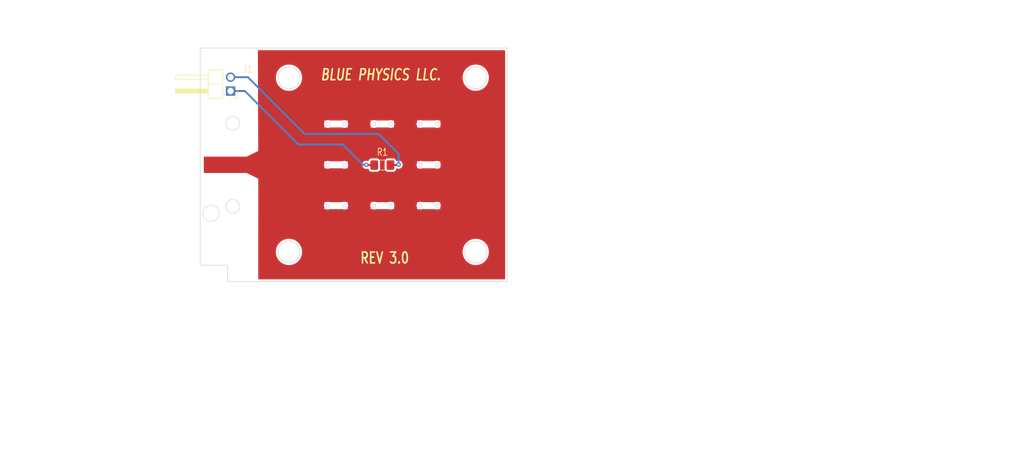
<source format=kicad_pcb>
(kicad_pcb (version 20171130) (host pcbnew "(5.1.6)-1")

  (general
    (thickness 1.6)
    (drawings 106)
    (tracks 16)
    (zones 0)
    (modules 2)
    (nets 3)
  )

  (page USLetter)
  (title_block
    (title "FIBER CONNECTOR TOP BOARD")
    (date 2021-01-07)
    (rev 3)
    (company "BLUE PHYSICS LLC")
    (comment 1 "Designed by: S. Beron")
  )

  (layers
    (0 F.Cu signal)
    (31 B.Cu signal)
    (32 B.Adhes user)
    (33 F.Adhes user)
    (34 B.Paste user)
    (35 F.Paste user)
    (36 B.SilkS user)
    (37 F.SilkS user)
    (38 B.Mask user)
    (39 F.Mask user hide)
    (40 Dwgs.User user)
    (41 Cmts.User user)
    (42 Eco1.User user)
    (43 Eco2.User user)
    (44 Edge.Cuts user)
    (45 Margin user)
    (46 B.CrtYd user)
    (47 F.CrtYd user)
    (48 B.Fab user)
    (49 F.Fab user)
  )

  (setup
    (last_trace_width 0.25)
    (user_trace_width 0.35)
    (trace_clearance 0.2)
    (zone_clearance 0.35)
    (zone_45_only no)
    (trace_min 0.2)
    (via_size 0.8)
    (via_drill 0.4)
    (via_min_size 0.4)
    (via_min_drill 0.3)
    (user_via 1 0.6)
    (uvia_size 0.3)
    (uvia_drill 0.1)
    (uvias_allowed no)
    (uvia_min_size 0.2)
    (uvia_min_drill 0.1)
    (edge_width 0.05)
    (segment_width 0.2)
    (pcb_text_width 0.3)
    (pcb_text_size 1.5 1.5)
    (mod_edge_width 0.12)
    (mod_text_size 1 1)
    (mod_text_width 0.15)
    (pad_size 1.7 1.7)
    (pad_drill 1.16)
    (pad_to_mask_clearance 0.051)
    (solder_mask_min_width 0.25)
    (aux_axis_origin 0 0)
    (visible_elements 7FFDFFFF)
    (pcbplotparams
      (layerselection 0x010fc_ffffffff)
      (usegerberextensions false)
      (usegerberattributes false)
      (usegerberadvancedattributes false)
      (creategerberjobfile false)
      (excludeedgelayer true)
      (linewidth 0.100000)
      (plotframeref false)
      (viasonmask false)
      (mode 1)
      (useauxorigin false)
      (hpglpennumber 1)
      (hpglpenspeed 20)
      (hpglpendiameter 15.000000)
      (psnegative false)
      (psa4output false)
      (plotreference true)
      (plotvalue true)
      (plotinvisibletext false)
      (padsonsilk false)
      (subtractmaskfromsilk false)
      (outputformat 1)
      (mirror false)
      (drillshape 0)
      (scaleselection 1)
      (outputdirectory "Production files/"))
  )

  (net 0 "")
  (net 1 "Net-(J1-Pad2)")
  (net 2 "Net-(J1-Pad1)")

  (net_class Default "This is the default net class."
    (clearance 0.2)
    (trace_width 0.25)
    (via_dia 0.8)
    (via_drill 0.4)
    (uvia_dia 0.3)
    (uvia_drill 0.1)
    (add_net "Net-(J1-Pad1)")
    (add_net "Net-(J1-Pad2)")
  )

  (module Connector_PinHeader_2.54mm:PinHeader_1x02_P2.54mm_Horizontal (layer F.Cu) (tedit 5DDDD2FF) (tstamp 5DDDD5A6)
    (at 111.85 83.07 180)
    (descr "Through hole angled pin header, 1x02, 2.54mm pitch, 6mm pin length, single row")
    (tags "Through hole angled pin header THT 1x02 2.54mm single row")
    (path /5DDDCF3C)
    (fp_text reference J1 (at -3.12 4.02) (layer F.SilkS)
      (effects (font (size 1.3 1) (thickness 0.15)))
    )
    (fp_text value Conn_01x02 (at 4.385 4.81) (layer F.Fab) hide
      (effects (font (size 1 1) (thickness 0.15)))
    )
    (fp_line (start 10.55 -1.8) (end -1.8 -1.8) (layer F.CrtYd) (width 0.05))
    (fp_line (start 10.55 4.35) (end 10.55 -1.8) (layer F.CrtYd) (width 0.05))
    (fp_line (start -1.8 4.35) (end 10.55 4.35) (layer F.CrtYd) (width 0.05))
    (fp_line (start -1.8 -1.8) (end -1.8 4.35) (layer F.CrtYd) (width 0.05))
    (fp_line (start -1.27 -1.27) (end 0 -1.27) (layer F.SilkS) (width 0.12))
    (fp_line (start -1.27 0) (end -1.27 -1.27) (layer F.SilkS) (width 0.12))
    (fp_line (start 1.042929 2.92) (end 1.44 2.92) (layer F.SilkS) (width 0.12))
    (fp_line (start 1.042929 2.16) (end 1.44 2.16) (layer F.SilkS) (width 0.12))
    (fp_line (start 10.1 2.92) (end 4.1 2.92) (layer F.SilkS) (width 0.12))
    (fp_line (start 10.1 2.16) (end 10.1 2.92) (layer F.SilkS) (width 0.12))
    (fp_line (start 4.1 2.16) (end 10.1 2.16) (layer F.SilkS) (width 0.12))
    (fp_line (start 1.44 1.27) (end 4.1 1.27) (layer F.SilkS) (width 0.12))
    (fp_line (start 1.11 0.38) (end 1.44 0.38) (layer F.SilkS) (width 0.12))
    (fp_line (start 1.11 -0.38) (end 1.44 -0.38) (layer F.SilkS) (width 0.12))
    (fp_line (start 4.1 0.28) (end 10.1 0.28) (layer F.SilkS) (width 0.12))
    (fp_line (start 4.1 0.16) (end 10.1 0.16) (layer F.SilkS) (width 0.12))
    (fp_line (start 4.1 0.04) (end 10.1 0.04) (layer F.SilkS) (width 0.12))
    (fp_line (start 4.1 -0.08) (end 10.1 -0.08) (layer F.SilkS) (width 0.12))
    (fp_line (start 4.1 -0.2) (end 10.1 -0.2) (layer F.SilkS) (width 0.12))
    (fp_line (start 4.1 -0.32) (end 10.1 -0.32) (layer F.SilkS) (width 0.12))
    (fp_line (start 10.1 0.38) (end 4.1 0.38) (layer F.SilkS) (width 0.12))
    (fp_line (start 10.1 -0.38) (end 10.1 0.38) (layer F.SilkS) (width 0.12))
    (fp_line (start 4.1 -0.38) (end 10.1 -0.38) (layer F.SilkS) (width 0.12))
    (fp_line (start 4.1 -1.33) (end 1.44 -1.33) (layer F.SilkS) (width 0.12))
    (fp_line (start 4.1 3.87) (end 4.1 -1.33) (layer F.SilkS) (width 0.12))
    (fp_line (start 1.44 3.87) (end 4.1 3.87) (layer F.SilkS) (width 0.12))
    (fp_line (start 1.44 -1.33) (end 1.44 3.87) (layer F.SilkS) (width 0.12))
    (fp_line (start 4.04 2.86) (end 10.04 2.86) (layer F.Fab) (width 0.1))
    (fp_line (start 10.04 2.22) (end 10.04 2.86) (layer F.Fab) (width 0.1))
    (fp_line (start 4.04 2.22) (end 10.04 2.22) (layer F.Fab) (width 0.1))
    (fp_line (start -0.32 2.86) (end 1.5 2.86) (layer F.Fab) (width 0.1))
    (fp_line (start -0.32 2.22) (end -0.32 2.86) (layer F.Fab) (width 0.1))
    (fp_line (start -0.32 2.22) (end 1.5 2.22) (layer F.Fab) (width 0.1))
    (fp_line (start 4.04 0.32) (end 10.04 0.32) (layer F.Fab) (width 0.1))
    (fp_line (start 10.04 -0.32) (end 10.04 0.32) (layer F.Fab) (width 0.1))
    (fp_line (start 4.04 -0.32) (end 10.04 -0.32) (layer F.Fab) (width 0.1))
    (fp_line (start -0.32 0.32) (end 1.5 0.32) (layer F.Fab) (width 0.1))
    (fp_line (start -0.32 -0.32) (end -0.32 0.32) (layer F.Fab) (width 0.1))
    (fp_line (start -0.32 -0.32) (end 1.5 -0.32) (layer F.Fab) (width 0.1))
    (fp_line (start 1.5 -0.635) (end 2.135 -1.27) (layer F.Fab) (width 0.1))
    (fp_line (start 1.5 3.81) (end 1.5 -0.635) (layer F.Fab) (width 0.1))
    (fp_line (start 4.04 3.81) (end 1.5 3.81) (layer F.Fab) (width 0.1))
    (fp_line (start 4.04 -1.27) (end 4.04 3.81) (layer F.Fab) (width 0.1))
    (fp_line (start 2.135 -1.27) (end 4.04 -1.27) (layer F.Fab) (width 0.1))
    (fp_text user %R (at 2.77 1.27 90) (layer F.Fab) hide
      (effects (font (size 1 1) (thickness 0.15)))
    )
    (pad 2 thru_hole oval (at 0 2.54 180) (size 1.7 1.7) (drill 1.16) (layers *.Cu *.Mask)
      (net 1 "Net-(J1-Pad2)"))
    (pad 1 thru_hole rect (at 0 0 180) (size 1.7 1.7) (drill 1.16) (layers *.Cu *.Mask)
      (net 2 "Net-(J1-Pad1)"))
    (model ${KISYS3DMOD}/Connector_PinHeader_2.54mm.3dshapes/PinHeader_1x02_P2.54mm_Horizontal.wrl
      (at (xyz 0 0 0))
      (scale (xyz 1 1 1))
      (rotate (xyz 0 0 0))
    )
  )

  (module Resistor_SMD:R_1206_3216Metric_Pad1.42x1.75mm_HandSolder (layer F.Cu) (tedit 5B301BBD) (tstamp 5DDDD5B7)
    (at 139.73 96.67)
    (descr "Resistor SMD 1206 (3216 Metric), square (rectangular) end terminal, IPC_7351 nominal with elongated pad for handsoldering. (Body size source: http://www.tortai-tech.com/upload/download/2011102023233369053.pdf), generated with kicad-footprint-generator")
    (tags "resistor handsolder")
    (path /5DDDD3AC)
    (attr smd)
    (fp_text reference R1 (at 0 -2.38) (layer F.SilkS)
      (effects (font (size 1.3 1) (thickness 0.15)))
    )
    (fp_text value Thermal (at 0 1.82) (layer F.Fab)
      (effects (font (size 1 1) (thickness 0.15)))
    )
    (fp_line (start 2.45 1.12) (end -2.45 1.12) (layer F.CrtYd) (width 0.05))
    (fp_line (start 2.45 -1.12) (end 2.45 1.12) (layer F.CrtYd) (width 0.05))
    (fp_line (start -2.45 -1.12) (end 2.45 -1.12) (layer F.CrtYd) (width 0.05))
    (fp_line (start -2.45 1.12) (end -2.45 -1.12) (layer F.CrtYd) (width 0.05))
    (fp_line (start -0.602064 0.91) (end 0.602064 0.91) (layer F.SilkS) (width 0.12))
    (fp_line (start -0.602064 -0.91) (end 0.602064 -0.91) (layer F.SilkS) (width 0.12))
    (fp_line (start 1.6 0.8) (end -1.6 0.8) (layer F.Fab) (width 0.1))
    (fp_line (start 1.6 -0.8) (end 1.6 0.8) (layer F.Fab) (width 0.1))
    (fp_line (start -1.6 -0.8) (end 1.6 -0.8) (layer F.Fab) (width 0.1))
    (fp_line (start -1.6 0.8) (end -1.6 -0.8) (layer F.Fab) (width 0.1))
    (fp_text user %R (at 0 0) (layer F.Fab)
      (effects (font (size 0.8 0.8) (thickness 0.12)))
    )
    (pad 2 smd roundrect (at 1.4875 0) (size 1.425 1.75) (layers F.Cu F.Paste F.Mask) (roundrect_rratio 0.175439)
      (net 1 "Net-(J1-Pad2)"))
    (pad 1 smd roundrect (at -1.4875 0) (size 1.425 1.75) (layers F.Cu F.Paste F.Mask) (roundrect_rratio 0.175439)
      (net 2 "Net-(J1-Pad1)"))
    (model ${KISYS3DMOD}/Resistor_SMD.3dshapes/R_1206_3216Metric.wrl
      (at (xyz 0 0 0))
      (scale (xyz 1 1 1))
      (rotate (xyz 0 0 0))
    )
  )

  (gr_text "REV 3.0" (at 140.16 113.72) (layer F.SilkS) (tstamp 5FF7C419)
    (effects (font (size 2 1.5) (thickness 0.3)))
  )
  (gr_line (start 257.5 152.71) (end 187.9 152.71) (layer Eco1.User) (width 0.15) (tstamp 5FF7C366))
  (gr_circle (center 108.26 105.52) (end 109.76 105.52) (layer Edge.Cuts) (width 0.1))
  (gr_line (start 111.28 115.06) (end 111.28 118.06) (layer Edge.Cuts) (width 0.1))
  (gr_line (start 106.28 115.06) (end 111.28 115.06) (layer Edge.Cuts) (width 0.1))
  (gr_line (start 221.7 152.71) (end 221.7 125.7) (layer Eco1.User) (width 0.15) (tstamp 5E6242AA))
  (gr_line (start 205.9 152.75) (end 205.9 125.7) (layer Eco1.User) (width 0.15) (tstamp 5E62429D))
  (gr_line (start 187.9 140.7) (end 257.5 140.7) (layer Eco1.User) (width 0.15) (tstamp 5E62428D))
  (gr_line (start 187.9 135.6) (end 257.5 135.6) (layer Eco1.User) (width 0.15) (tstamp 5E62427A))
  (gr_line (start 187.9 130.4) (end 257.5 130.4) (layer Eco1.User) (width 0.15) (tstamp 5E624263))
  (gr_line (start 187.9 152.71) (end 187.9 125.7) (layer Eco1.User) (width 0.15))
  (gr_line (start 257.51 145.67) (end 187.91 145.67) (layer Eco1.User) (width 0.15))
  (gr_line (start 257.5 125.7) (end 257.51 152.73) (layer Eco1.User) (width 0.15))
  (gr_line (start 187.9 125.7) (end 257.5 125.7) (layer Eco1.User) (width 0.15))
  (gr_text "DATE\n\n2019-11-01\n\n2020-02-29\n\n2020-03-06\n\n2021-01-07" (at 196.31 138.54) (layer Eco1.User) (tstamp 5E6241AF)
    (effects (font (size 1.5 1.5) (thickness 0.3)))
  )
  (gr_text "DESCRIPTION\n\n0RIGNAL BOARD\n\nSOLDER MAKS UPDATE\n\nSCREW HOLE WIDENED\n\nCUT OUTS FOR ASSEMBLY" (at 224.06 138.02) (layer Eco1.User) (tstamp 5E62415C)
    (effects (font (size 1.5 1.5) (thickness 0.3)) (justify left))
  )
  (gr_text "REVISION\n\n0\n\n1\n\n2\n\n3" (at 214.12 138.11) (layer Eco1.User)
    (effects (font (size 1.5 1.5) (thickness 0.3)))
  )
  (gr_text "SCREW TO HOLD SENSOR\nM2-0.4 X 12 mm GRADE A2-70 \nPHILLIPS S.S.\n" (at 69.51 103.64) (layer Eco1.User) (tstamp 5E5B269A)
    (effects (font (size 1.3 1) (thickness 0.15)) (justify left))
  )
  (gr_text "CONNECTOR J1:\nSAMTEC TSW-102-08-G-S-RA\nHOUSING:\nMOLEX 90123-0102\nTERMINALS:\nMOLEX 90119-2110\n" (at 69.75 82.08) (layer Eco1.User)
    (effects (font (size 1.3 1) (thickness 0.15)) (justify left))
  )
  (gr_poly (pts (xy 106.95 98.12) (xy 106.94 95.12) (xy 114.74 95.12) (xy 114.74 98.12)) (layer F.Mask) (width 0.1))
  (gr_poly (pts (xy 135.23 107.64) (xy 135.21 100.63) (xy 144.23 100.63) (xy 144.23 92.58) (xy 152.22 92.58) (xy 152.23 107.63)) (layer F.Mask) (width 0.1))
  (gr_poly (pts (xy 127.23 107.65) (xy 127.2 85.6) (xy 152.23 85.6) (xy 152.23 92.59) (xy 135.24 92.59) (xy 135.24 107.65)) (layer F.Mask) (width 0.1))
  (dimension 42.900001 (width 0.12) (layer Eco1.User)
    (gr_text "42.900 mm" (at 166.195046 96.619182 270) (layer Eco1.User)
      (effects (font (size 1 1) (thickness 0.15)))
    )
    (feature1 (pts (xy 162.69 118.07) (xy 165.516467 118.069341)))
    (feature2 (pts (xy 162.68 75.17) (xy 165.506467 75.169341)))
    (crossbar (pts (xy 164.920046 75.169478) (xy 164.930046 118.069478)))
    (arrow1a (pts (xy 164.930046 118.069478) (xy 164.343363 116.943111)))
    (arrow1b (pts (xy 164.930046 118.069478) (xy 165.516204 116.942838)))
    (arrow2a (pts (xy 164.920046 75.169478) (xy 164.333888 76.296118)))
    (arrow2b (pts (xy 164.920046 75.169478) (xy 165.506729 76.295845)))
  )
  (dimension 56.4 (width 0.12) (layer Eco1.User)
    (gr_text "56.400 mm" (at 134.48 67.08) (layer Eco1.User)
      (effects (font (size 1 1) (thickness 0.15)))
    )
    (feature1 (pts (xy 162.68 75.17) (xy 162.68 67.763579)))
    (feature2 (pts (xy 106.28 75.17) (xy 106.28 67.763579)))
    (crossbar (pts (xy 106.28 68.35) (xy 162.68 68.35)))
    (arrow1a (pts (xy 162.68 68.35) (xy 161.553496 68.936421)))
    (arrow1b (pts (xy 162.68 68.35) (xy 161.553496 67.763579)))
    (arrow2a (pts (xy 106.28 68.35) (xy 107.406504 68.936421)))
    (arrow2b (pts (xy 106.28 68.35) (xy 107.406504 67.763579)))
  )
  (gr_text "BLUE PHYSICS LLC." (at 139.46 80.07) (layer F.SilkS)
    (effects (font (size 2 1.5) (thickness 0.3) italic))
  )
  (gr_circle (center 122.58 80.62) (end 124.58 80.62) (layer Edge.Cuts) (width 0.1))
  (gr_circle (center 112.245888 104.24) (end 113.515888 104.24) (layer Edge.Cuts) (width 0.1))
  (gr_line (start 114.785888 98.12) (end 106.935888 98.12) (layer Dwgs.User) (width 0.1))
  (gr_line (start 114.785888 98.12) (end 114.785888 98.12) (layer Dwgs.User) (width 0.1))
  (gr_circle (center 112.245888 89) (end 113.515888 89) (layer Edge.Cuts) (width 0.1))
  (gr_line (start 106.935888 95.12) (end 114.785888 95.12) (layer Dwgs.User) (width 0.1))
  (gr_line (start 140.2 95.42) (end 140.2 97.82) (layer Dwgs.User) (width 0.1))
  (gr_line (start 135.93 95.42) (end 139.26 95.42) (layer Dwgs.User) (width 0.1))
  (gr_line (start 139.26 95.62) (end 139.26 97.62) (layer Dwgs.User) (width 0.1))
  (gr_line (start 150.37 97.26) (end 146.09 97.26) (layer Dwgs.User) (width 0.1))
  (gr_line (start 146.09 97.26) (end 146.09 95.98) (layer Dwgs.User) (width 0.1))
  (gr_line (start 114.785888 95.12) (end 114.785888 95.12) (layer Dwgs.User) (width 0.1))
  (gr_line (start 141.87 89.76) (end 137.59 89.76) (layer Dwgs.User) (width 0.1))
  (gr_line (start 106.935888 98.12) (end 106.935888 95.12) (layer Dwgs.User) (width 0.1))
  (gr_line (start 146.09 103.48) (end 150.37 103.48) (layer Dwgs.User) (width 0.1))
  (gr_line (start 141.87 104.76) (end 137.59 104.76) (layer Dwgs.User) (width 0.1))
  (gr_line (start 129.09 88.48) (end 133.37 88.48) (layer Dwgs.User) (width 0.1))
  (gr_line (start 137.59 88.48) (end 141.87 88.48) (layer Dwgs.User) (width 0.1))
  (gr_line (start 143.53 95.42) (end 140.2 95.42) (layer Dwgs.User) (width 0.1))
  (gr_line (start 129.09 103.48) (end 133.37 103.48) (layer Dwgs.User) (width 0.1))
  (gr_line (start 129.09 95.98) (end 133.37 95.98) (layer Dwgs.User) (width 0.1))
  (gr_line (start 129.09 89.76) (end 129.09 88.48) (layer Dwgs.User) (width 0.1))
  (gr_line (start 146.09 89.76) (end 146.09 88.48) (layer Dwgs.User) (width 0.1))
  (gr_line (start 150.37 104.76) (end 146.09 104.76) (layer Dwgs.User) (width 0.1))
  (gr_line (start 111.794596 80.712901) (end 111.794596 79.432901) (layer Dwgs.User) (width 0.1))
  (gr_line (start 139.26 97.82) (end 139.26 95.42) (layer Dwgs.User) (width 0.1))
  (gr_line (start 135.93 97.82) (end 135.93 95.42) (layer Dwgs.User) (width 0.1))
  (gr_line (start 129.09 104.76) (end 129.09 103.48) (layer Dwgs.User) (width 0.1))
  (gr_line (start 137.59 104.76) (end 137.59 103.48) (layer Dwgs.User) (width 0.1))
  (gr_line (start 150.37 95.98) (end 150.37 97.26) (layer Dwgs.User) (width 0.1))
  (gr_line (start 150.37 88.48) (end 150.37 89.76) (layer Dwgs.User) (width 0.1))
  (gr_line (start 141.87 88.48) (end 141.87 89.76) (layer Dwgs.User) (width 0.1))
  (gr_line (start 137.59 89.76) (end 137.59 88.48) (layer Dwgs.User) (width 0.1))
  (gr_line (start 133.37 103.48) (end 133.37 104.76) (layer Dwgs.User) (width 0.1))
  (gr_line (start 129.09 97.26) (end 129.09 95.98) (layer Dwgs.User) (width 0.1))
  (gr_line (start 146.09 104.76) (end 146.09 103.48) (layer Dwgs.User) (width 0.1))
  (gr_line (start 146.09 88.48) (end 150.37 88.48) (layer Dwgs.User) (width 0.1))
  (gr_line (start 150.37 89.76) (end 146.09 89.76) (layer Dwgs.User) (width 0.1))
  (gr_line (start 137.59 103.48) (end 141.87 103.48) (layer Dwgs.User) (width 0.1))
  (gr_line (start 106.28 75.17) (end 162.68 75.17) (layer Edge.Cuts) (width 0.1))
  (gr_line (start 133.37 104.76) (end 129.09 104.76) (layer Dwgs.User) (width 0.1))
  (gr_line (start 139.26 97.82) (end 135.93 97.82) (layer Dwgs.User) (width 0.1))
  (gr_line (start 139.26 95.42) (end 139.26 97.82) (layer Dwgs.User) (width 0.1))
  (gr_line (start 133.37 88.48) (end 133.37 89.76) (layer Dwgs.User) (width 0.1))
  (gr_line (start 141.87 103.48) (end 141.87 104.76) (layer Dwgs.User) (width 0.1))
  (gr_line (start 133.37 89.76) (end 129.09 89.76) (layer Dwgs.User) (width 0.1))
  (gr_line (start 162.68 75.17) (end 162.68 118.06) (layer Edge.Cuts) (width 0.1))
  (gr_line (start 125.98 103.495) (end 114.785888 98.12) (layer Dwgs.User) (width 0.1))
  (gr_line (start 125.98 108.87) (end 125.98 103.495) (layer Dwgs.User) (width 0.1))
  (gr_line (start 153.48 108.87) (end 125.98 108.87) (layer Dwgs.User) (width 0.1))
  (gr_line (start 153.48 84.37) (end 153.48 108.87) (layer Dwgs.User) (width 0.1))
  (gr_line (start 146.09 95.98) (end 150.37 95.98) (layer Dwgs.User) (width 0.1))
  (gr_line (start 125.98 84.37) (end 153.48 84.37) (layer Dwgs.User) (width 0.1))
  (gr_line (start 106.28 115.06) (end 106.28 75.17) (layer Edge.Cuts) (width 0.1))
  (gr_line (start 162.68 118.06) (end 111.28 118.06) (layer Edge.Cuts) (width 0.1))
  (gr_line (start 125.98 89.745) (end 125.98 84.37) (layer Dwgs.User) (width 0.1))
  (gr_line (start 143.53 97.82) (end 143.53 95.42) (layer Dwgs.User) (width 0.1))
  (gr_line (start 133.37 95.98) (end 133.37 97.26) (layer Dwgs.User) (width 0.1))
  (gr_line (start 133.37 97.26) (end 129.09 97.26) (layer Dwgs.User) (width 0.1))
  (gr_line (start 140.2 97.82) (end 143.53 97.82) (layer Dwgs.User) (width 0.1))
  (gr_line (start 150.37 103.48) (end 150.37 104.76) (layer Dwgs.User) (width 0.1))
  (gr_line (start 114.785888 95.12) (end 125.98 89.745) (layer Dwgs.User) (width 0.1))
  (gr_circle (center 146.73 96.62) (end 147.03 96.62) (layer Edge.Cuts) (width 0.1))
  (gr_circle (center 132.73 96.62) (end 133.03 96.62) (layer Edge.Cuts) (width 0.1))
  (gr_circle (center 146.73 89.12) (end 147.03 89.12) (layer Edge.Cuts) (width 0.1))
  (gr_circle (center 129.73 96.62) (end 130.03 96.62) (layer Edge.Cuts) (width 0.1))
  (gr_circle (center 122.58 112.62) (end 124.58 112.62) (layer Edge.Cuts) (width 0.1))
  (gr_circle (center 149.73 89.12) (end 150.03 89.12) (layer Edge.Cuts) (width 0.1))
  (gr_circle (center 156.88 80.62) (end 158.88 80.62) (layer Edge.Cuts) (width 0.1))
  (gr_circle (center 149.73 104.12) (end 150.03 104.12) (layer Edge.Cuts) (width 0.1))
  (gr_circle (center 129.73 104.12) (end 130.03 104.12) (layer Edge.Cuts) (width 0.1))
  (gr_circle (center 132.73 89.12) (end 133.03 89.12) (layer Edge.Cuts) (width 0.1))
  (gr_circle (center 129.73 89.12) (end 130.03 89.12) (layer Edge.Cuts) (width 0.1))
  (gr_circle (center 138.23 89.12) (end 138.53 89.12) (layer Edge.Cuts) (width 0.1))
  (gr_circle (center 156.88 112.62) (end 158.88 112.62) (layer Edge.Cuts) (width 0.1))
  (gr_circle (center 141.23 104.12) (end 141.53 104.12) (layer Edge.Cuts) (width 0.1))
  (gr_circle (center 141.23 89.12) (end 141.53 89.12) (layer Edge.Cuts) (width 0.1))
  (gr_circle (center 149.73 96.62) (end 150.03 96.62) (layer Edge.Cuts) (width 0.1))
  (gr_circle (center 138.23 104.12) (end 138.53 104.12) (layer Edge.Cuts) (width 0.1))
  (gr_circle (center 146.73 104.12) (end 147.03 104.12) (layer Edge.Cuts) (width 0.1))
  (gr_circle (center 132.73 104.12) (end 133.03 104.12) (layer Edge.Cuts) (width 0.1))

  (via (at 142.71 96.59) (size 0.8) (drill 0.4) (layers F.Cu B.Cu) (net 1))
  (segment (start 142.63 96.67) (end 142.71 96.59) (width 0.35) (layer F.Cu) (net 1))
  (segment (start 141.2175 96.67) (end 142.63 96.67) (width 0.35) (layer F.Cu) (net 1))
  (segment (start 142.71 96.59) (end 142.71 94.6) (width 0.35) (layer B.Cu) (net 1))
  (segment (start 142.71 94.6) (end 139.06 90.95) (width 0.35) (layer B.Cu) (net 1))
  (segment (start 139.06 90.95) (end 125.46 90.95) (width 0.35) (layer B.Cu) (net 1))
  (segment (start 115.04 80.53) (end 111.85 80.53) (width 0.35) (layer B.Cu) (net 1))
  (segment (start 125.46 90.95) (end 115.04 80.53) (width 0.35) (layer B.Cu) (net 1))
  (via (at 136.77 96.62) (size 0.8) (drill 0.4) (layers F.Cu B.Cu) (net 2))
  (segment (start 136.82 96.67) (end 136.77 96.62) (width 0.35) (layer F.Cu) (net 2))
  (segment (start 138.2425 96.67) (end 136.82 96.67) (width 0.35) (layer F.Cu) (net 2))
  (segment (start 136.204315 96.62) (end 132.464315 92.88) (width 0.35) (layer B.Cu) (net 2))
  (segment (start 136.77 96.62) (end 136.204315 96.62) (width 0.35) (layer B.Cu) (net 2))
  (segment (start 132.464315 92.88) (end 124.3 92.88) (width 0.35) (layer B.Cu) (net 2))
  (segment (start 114.49 83.07) (end 111.85 83.07) (width 0.35) (layer B.Cu) (net 2))
  (segment (start 124.3 92.88) (end 114.49 83.07) (width 0.35) (layer B.Cu) (net 2))

  (zone (net 0) (net_name "") (layer F.Cu) (tstamp 0) (hatch edge 0.508)
    (connect_pads (clearance 0.508))
    (min_thickness 0.254)
    (keepout (tracks not_allowed) (vias not_allowed) (copperpour not_allowed))
    (fill (arc_segments 32) (thermal_gap 0.508) (thermal_bridge_width 0.508))
    (polygon
      (pts
        (xy 146.1 89.76) (xy 146.1 88.48) (xy 150.37 88.48) (xy 150.37 89.76)
      )
    )
  )
  (zone (net 0) (net_name "") (layer F.Cu) (tstamp 5DDDDC4A) (hatch edge 0.508)
    (connect_pads (clearance 0.508))
    (min_thickness 0.254)
    (keepout (tracks not_allowed) (vias not_allowed) (copperpour not_allowed))
    (fill (arc_segments 32) (thermal_gap 0.508) (thermal_bridge_width 0.508))
    (polygon
      (pts
        (xy 137.58711 89.76) (xy 137.58711 88.48) (xy 141.85711 88.48) (xy 141.85711 89.76)
      )
    )
  )
  (zone (net 0) (net_name "") (layer F.Cu) (tstamp 5DDDDC4D) (hatch edge 0.508)
    (connect_pads (clearance 0.508))
    (min_thickness 0.254)
    (keepout (tracks not_allowed) (vias not_allowed) (copperpour not_allowed))
    (fill (arc_segments 32) (thermal_gap 0.508) (thermal_bridge_width 0.508))
    (polygon
      (pts
        (xy 129.09 89.76) (xy 129.09 88.48) (xy 133.36 88.48) (xy 133.36 89.76)
      )
    )
  )
  (zone (net 0) (net_name "") (layer F.Cu) (tstamp 5DDDDC51) (hatch edge 0.508)
    (connect_pads (clearance 0.508))
    (min_thickness 0.254)
    (keepout (tracks not_allowed) (vias not_allowed) (copperpour not_allowed))
    (fill (arc_segments 32) (thermal_gap 0.508) (thermal_bridge_width 0.508))
    (polygon
      (pts
        (xy 129.09 97.26) (xy 129.09 95.98) (xy 133.36 95.98) (xy 133.36 97.26)
      )
    )
  )
  (zone (net 0) (net_name "") (layer F.Cu) (tstamp 5DDDDC54) (hatch edge 0.508)
    (connect_pads (clearance 0.508))
    (min_thickness 0.254)
    (keepout (tracks not_allowed) (vias not_allowed) (copperpour not_allowed))
    (fill (arc_segments 32) (thermal_gap 0.508) (thermal_bridge_width 0.508))
    (polygon
      (pts
        (xy 146.094176 97.26) (xy 146.094176 95.98) (xy 150.364176 95.98) (xy 150.364176 97.26)
      )
    )
  )
  (zone (net 0) (net_name "") (layer F.Cu) (tstamp 5DDDDC57) (hatch edge 0.508)
    (connect_pads (clearance 0.508))
    (min_thickness 0.254)
    (keepout (tracks not_allowed) (vias not_allowed) (copperpour not_allowed))
    (fill (arc_segments 32) (thermal_gap 0.508) (thermal_bridge_width 0.508))
    (polygon
      (pts
        (xy 146.089933 104.76) (xy 146.089933 103.48) (xy 150.359933 103.48) (xy 150.359933 104.76)
      )
    )
  )
  (zone (net 0) (net_name "") (layer F.Cu) (tstamp 5DDDDC59) (hatch edge 0.508)
    (connect_pads (clearance 0.508))
    (min_thickness 0.254)
    (keepout (tracks not_allowed) (vias not_allowed) (copperpour not_allowed))
    (fill (arc_segments 32) (thermal_gap 0.508) (thermal_bridge_width 0.508))
    (polygon
      (pts
        (xy 137.597284 104.76) (xy 137.597284 103.48) (xy 141.867284 103.48) (xy 141.867284 104.76)
      )
    )
  )
  (zone (net 0) (net_name "") (layer F.Cu) (tstamp 5DDDDC5B) (hatch edge 0.508)
    (connect_pads (clearance 0.508))
    (min_thickness 0.254)
    (keepout (tracks not_allowed) (vias not_allowed) (copperpour not_allowed))
    (fill (arc_segments 32) (thermal_gap 0.508) (thermal_bridge_width 0.508))
    (polygon
      (pts
        (xy 129.088676 104.76) (xy 129.088676 103.48) (xy 133.358676 103.48) (xy 133.358676 104.76)
      )
    )
  )
  (zone (net 0) (net_name "") (layer F.Cu) (tstamp 0) (hatch edge 0.508)
    (connect_pads (clearance 0.508))
    (min_thickness 0.254)
    (keepout (tracks not_allowed) (vias not_allowed) (copperpour allowed))
    (fill (arc_segments 32) (thermal_gap 0.508) (thermal_bridge_width 0.508))
    (polygon
      (pts
        (xy 135.88 97.87) (xy 135.88 95.37) (xy 139.31 95.37) (xy 139.31 97.87)
      )
    )
  )
  (zone (net 0) (net_name "") (layer F.Cu) (tstamp 5DDDDCB4) (hatch edge 0.508)
    (connect_pads (clearance 0.508))
    (min_thickness 0.254)
    (keepout (tracks not_allowed) (vias not_allowed) (copperpour allowed))
    (fill (arc_segments 32) (thermal_gap 0.508) (thermal_bridge_width 0.508))
    (polygon
      (pts
        (xy 140.15 97.87) (xy 140.15 95.37) (xy 143.58 95.37) (xy 143.58 97.87)
      )
    )
  )
  (zone (net 0) (net_name "") (layer F.Cu) (tstamp 5E5A1760) (hatch edge 0.508)
    (connect_pads (clearance 0.35))
    (min_thickness 0.254)
    (fill yes (arc_segments 32) (thermal_gap 0.508) (thermal_bridge_width 0.508))
    (polygon
      (pts
        (xy 106.94 95.12) (xy 114.79 95.12) (xy 116.93 94.08) (xy 116.87 75.24) (xy 162.51 75.3)
        (xy 162.58 118) (xy 116.93 117.97) (xy 116.94 99.16) (xy 114.78 98.12) (xy 106.94 98.12)
      )
    )
    (filled_polygon
      (pts
        (xy 162.153001 117.533) (xy 117.057233 117.533) (xy 117.059977 112.37035) (xy 120.045265 112.37035) (xy 120.045265 112.86965)
        (xy 120.142673 113.359355) (xy 120.333747 113.820647) (xy 120.611142 114.2358) (xy 120.9642 114.588858) (xy 121.379353 114.866253)
        (xy 121.840645 115.057327) (xy 122.33035 115.154735) (xy 122.82965 115.154735) (xy 123.319355 115.057327) (xy 123.780647 114.866253)
        (xy 124.1958 114.588858) (xy 124.548858 114.2358) (xy 124.826253 113.820647) (xy 125.017327 113.359355) (xy 125.114735 112.86965)
        (xy 125.114735 112.37035) (xy 154.345265 112.37035) (xy 154.345265 112.86965) (xy 154.442673 113.359355) (xy 154.633747 113.820647)
        (xy 154.911142 114.2358) (xy 155.2642 114.588858) (xy 155.679353 114.866253) (xy 156.140645 115.057327) (xy 156.63035 115.154735)
        (xy 157.12965 115.154735) (xy 157.619355 115.057327) (xy 158.080647 114.866253) (xy 158.4958 114.588858) (xy 158.848858 114.2358)
        (xy 159.126253 113.820647) (xy 159.317327 113.359355) (xy 159.414735 112.86965) (xy 159.414735 112.37035) (xy 159.317327 111.880645)
        (xy 159.126253 111.419353) (xy 158.848858 111.0042) (xy 158.4958 110.651142) (xy 158.080647 110.373747) (xy 157.619355 110.182673)
        (xy 157.12965 110.085265) (xy 156.63035 110.085265) (xy 156.140645 110.182673) (xy 155.679353 110.373747) (xy 155.2642 110.651142)
        (xy 154.911142 111.0042) (xy 154.633747 111.419353) (xy 154.442673 111.880645) (xy 154.345265 112.37035) (xy 125.114735 112.37035)
        (xy 125.017327 111.880645) (xy 124.826253 111.419353) (xy 124.548858 111.0042) (xy 124.1958 110.651142) (xy 123.780647 110.373747)
        (xy 123.319355 110.182673) (xy 122.82965 110.085265) (xy 122.33035 110.085265) (xy 121.840645 110.182673) (xy 121.379353 110.373747)
        (xy 120.9642 110.651142) (xy 120.611142 111.0042) (xy 120.333747 111.419353) (xy 120.142673 111.880645) (xy 120.045265 112.37035)
        (xy 117.059977 112.37035) (xy 117.064407 104.036979) (xy 128.887079 104.036979) (xy 128.887079 104.203021) (xy 128.919472 104.365871)
        (xy 128.961676 104.467761) (xy 128.961676 104.76) (xy 128.964116 104.784776) (xy 128.971343 104.808601) (xy 128.983079 104.830557)
        (xy 128.998873 104.849803) (xy 129.018119 104.865597) (xy 129.040075 104.877333) (xy 129.0639 104.88456) (xy 129.088676 104.887)
        (xy 129.379043 104.887) (xy 129.484129 104.930528) (xy 129.646979 104.962921) (xy 129.813021 104.962921) (xy 129.975871 104.930528)
        (xy 130.080957 104.887) (xy 132.379043 104.887) (xy 132.484129 104.930528) (xy 132.646979 104.962921) (xy 132.813021 104.962921)
        (xy 132.975871 104.930528) (xy 133.080957 104.887) (xy 133.358676 104.887) (xy 133.383452 104.88456) (xy 133.407277 104.877333)
        (xy 133.429233 104.865597) (xy 133.448479 104.849803) (xy 133.464273 104.830557) (xy 133.476009 104.808601) (xy 133.483236 104.784776)
        (xy 133.485676 104.76) (xy 133.485676 104.498296) (xy 133.540528 104.365871) (xy 133.572921 104.203021) (xy 133.572921 104.036979)
        (xy 137.387079 104.036979) (xy 137.387079 104.203021) (xy 137.419472 104.365871) (xy 137.470284 104.488542) (xy 137.470284 104.76)
        (xy 137.472724 104.784776) (xy 137.479951 104.808601) (xy 137.491687 104.830557) (xy 137.507481 104.849803) (xy 137.526727 104.865597)
        (xy 137.548683 104.877333) (xy 137.572508 104.88456) (xy 137.597284 104.887) (xy 137.879043 104.887) (xy 137.984129 104.930528)
        (xy 138.146979 104.962921) (xy 138.313021 104.962921) (xy 138.475871 104.930528) (xy 138.580957 104.887) (xy 140.879043 104.887)
        (xy 140.984129 104.930528) (xy 141.146979 104.962921) (xy 141.313021 104.962921) (xy 141.475871 104.930528) (xy 141.580957 104.887)
        (xy 141.867284 104.887) (xy 141.89206 104.88456) (xy 141.915885 104.877333) (xy 141.937841 104.865597) (xy 141.957087 104.849803)
        (xy 141.972881 104.830557) (xy 141.984617 104.808601) (xy 141.991844 104.784776) (xy 141.994284 104.76) (xy 141.994284 104.477514)
        (xy 142.040528 104.365871) (xy 142.072921 104.203021) (xy 142.072921 104.036979) (xy 145.887079 104.036979) (xy 145.887079 104.203021)
        (xy 145.919472 104.365871) (xy 145.962933 104.470795) (xy 145.962933 104.76) (xy 145.965373 104.784776) (xy 145.9726 104.808601)
        (xy 145.984336 104.830557) (xy 146.00013 104.849803) (xy 146.019376 104.865597) (xy 146.041332 104.877333) (xy 146.065157 104.88456)
        (xy 146.089933 104.887) (xy 146.379043 104.887) (xy 146.484129 104.930528) (xy 146.646979 104.962921) (xy 146.813021 104.962921)
        (xy 146.975871 104.930528) (xy 147.080957 104.887) (xy 149.379043 104.887) (xy 149.484129 104.930528) (xy 149.646979 104.962921)
        (xy 149.813021 104.962921) (xy 149.975871 104.930528) (xy 150.080957 104.887) (xy 150.359933 104.887) (xy 150.384709 104.88456)
        (xy 150.408534 104.877333) (xy 150.43049 104.865597) (xy 150.449736 104.849803) (xy 150.46553 104.830557) (xy 150.477266 104.808601)
        (xy 150.484493 104.784776) (xy 150.486933 104.76) (xy 150.486933 104.495261) (xy 150.540528 104.365871) (xy 150.572921 104.203021)
        (xy 150.572921 104.036979) (xy 150.540528 103.874129) (xy 150.486933 103.744739) (xy 150.486933 103.48) (xy 150.484493 103.455224)
        (xy 150.477266 103.431399) (xy 150.46553 103.409443) (xy 150.449736 103.390197) (xy 150.43049 103.374403) (xy 150.408534 103.362667)
        (xy 150.384709 103.35544) (xy 150.359933 103.353) (xy 150.080957 103.353) (xy 149.975871 103.309472) (xy 149.813021 103.277079)
        (xy 149.646979 103.277079) (xy 149.484129 103.309472) (xy 149.379043 103.353) (xy 147.080957 103.353) (xy 146.975871 103.309472)
        (xy 146.813021 103.277079) (xy 146.646979 103.277079) (xy 146.484129 103.309472) (xy 146.379043 103.353) (xy 146.089933 103.353)
        (xy 146.065157 103.35544) (xy 146.041332 103.362667) (xy 146.019376 103.374403) (xy 146.00013 103.390197) (xy 145.984336 103.409443)
        (xy 145.9726 103.431399) (xy 145.965373 103.455224) (xy 145.962933 103.48) (xy 145.962933 103.769205) (xy 145.919472 103.874129)
        (xy 145.887079 104.036979) (xy 142.072921 104.036979) (xy 142.040528 103.874129) (xy 141.994284 103.762486) (xy 141.994284 103.48)
        (xy 141.991844 103.455224) (xy 141.984617 103.431399) (xy 141.972881 103.409443) (xy 141.957087 103.390197) (xy 141.937841 103.374403)
        (xy 141.915885 103.362667) (xy 141.89206 103.35544) (xy 141.867284 103.353) (xy 141.580957 103.353) (xy 141.475871 103.309472)
        (xy 141.313021 103.277079) (xy 141.146979 103.277079) (xy 140.984129 103.309472) (xy 140.879043 103.353) (xy 138.580957 103.353)
        (xy 138.475871 103.309472) (xy 138.313021 103.277079) (xy 138.146979 103.277079) (xy 137.984129 103.309472) (xy 137.879043 103.353)
        (xy 137.597284 103.353) (xy 137.572508 103.35544) (xy 137.548683 103.362667) (xy 137.526727 103.374403) (xy 137.507481 103.390197)
        (xy 137.491687 103.409443) (xy 137.479951 103.431399) (xy 137.472724 103.455224) (xy 137.470284 103.48) (xy 137.470284 103.751458)
        (xy 137.419472 103.874129) (xy 137.387079 104.036979) (xy 133.572921 104.036979) (xy 133.540528 103.874129) (xy 133.485676 103.741704)
        (xy 133.485676 103.48) (xy 133.483236 103.455224) (xy 133.476009 103.431399) (xy 133.464273 103.409443) (xy 133.448479 103.390197)
        (xy 133.429233 103.374403) (xy 133.407277 103.362667) (xy 133.383452 103.35544) (xy 133.358676 103.353) (xy 133.080957 103.353)
        (xy 132.975871 103.309472) (xy 132.813021 103.277079) (xy 132.646979 103.277079) (xy 132.484129 103.309472) (xy 132.379043 103.353)
        (xy 130.080957 103.353) (xy 129.975871 103.309472) (xy 129.813021 103.277079) (xy 129.646979 103.277079) (xy 129.484129 103.309472)
        (xy 129.379043 103.353) (xy 129.088676 103.353) (xy 129.0639 103.35544) (xy 129.040075 103.362667) (xy 129.018119 103.374403)
        (xy 128.998873 103.390197) (xy 128.983079 103.409443) (xy 128.971343 103.431399) (xy 128.964116 103.455224) (xy 128.961676 103.48)
        (xy 128.961676 103.772239) (xy 128.919472 103.874129) (xy 128.887079 104.036979) (xy 117.064407 104.036979) (xy 117.067 99.160068)
        (xy 117.064573 99.13529) (xy 117.057359 99.111462) (xy 117.045634 99.089499) (xy 117.02985 99.070245) (xy 117.010614 99.054441)
        (xy 116.995095 99.045573) (xy 114.835095 98.005573) (xy 114.811712 97.997023) (xy 114.78 97.993) (xy 107.067 97.993)
        (xy 107.067 96.536979) (xy 128.887079 96.536979) (xy 128.887079 96.703021) (xy 128.919472 96.865871) (xy 128.963 96.970957)
        (xy 128.963 97.26) (xy 128.96544 97.284776) (xy 128.972667 97.308601) (xy 128.984403 97.330557) (xy 129.000197 97.349803)
        (xy 129.019443 97.365597) (xy 129.041399 97.377333) (xy 129.065224 97.38456) (xy 129.09 97.387) (xy 129.379043 97.387)
        (xy 129.484129 97.430528) (xy 129.646979 97.462921) (xy 129.813021 97.462921) (xy 129.975871 97.430528) (xy 130.080957 97.387)
        (xy 132.379043 97.387) (xy 132.484129 97.430528) (xy 132.646979 97.462921) (xy 132.813021 97.462921) (xy 132.975871 97.430528)
        (xy 133.080957 97.387) (xy 133.36 97.387) (xy 133.384776 97.38456) (xy 133.408601 97.377333) (xy 133.430557 97.365597)
        (xy 133.449803 97.349803) (xy 133.465597 97.330557) (xy 133.477333 97.308601) (xy 133.48456 97.284776) (xy 133.487 97.26)
        (xy 133.487 96.995099) (xy 133.540528 96.865871) (xy 133.572921 96.703021) (xy 133.572921 96.536979) (xy 133.572254 96.533623)
        (xy 135.893 96.533623) (xy 135.893 96.706377) (xy 135.926703 96.875811) (xy 135.992813 97.035415) (xy 136.08879 97.179055)
        (xy 136.210945 97.30121) (xy 136.354585 97.397187) (xy 136.514189 97.463297) (xy 136.683623 97.497) (xy 136.856377 97.497)
        (xy 137.025811 97.463297) (xy 137.067375 97.446081) (xy 137.106208 97.574094) (xy 137.173603 97.700181) (xy 137.264302 97.810698)
        (xy 137.374819 97.901397) (xy 137.500906 97.968792) (xy 137.637719 98.010294) (xy 137.78 98.024307) (xy 138.705 98.024307)
        (xy 138.847281 98.010294) (xy 138.984094 97.968792) (xy 139.110181 97.901397) (xy 139.220698 97.810698) (xy 139.311397 97.700181)
        (xy 139.378792 97.574094) (xy 139.420294 97.437281) (xy 139.434307 97.295) (xy 139.434307 96.045) (xy 140.025693 96.045)
        (xy 140.025693 97.295) (xy 140.039706 97.437281) (xy 140.081208 97.574094) (xy 140.148603 97.700181) (xy 140.239302 97.810698)
        (xy 140.349819 97.901397) (xy 140.475906 97.968792) (xy 140.612719 98.010294) (xy 140.755 98.024307) (xy 141.68 98.024307)
        (xy 141.822281 98.010294) (xy 141.959094 97.968792) (xy 142.085181 97.901397) (xy 142.195698 97.810698) (xy 142.286397 97.700181)
        (xy 142.353792 97.574094) (xy 142.395294 97.437281) (xy 142.397979 97.410014) (xy 142.454189 97.433297) (xy 142.623623 97.467)
        (xy 142.796377 97.467) (xy 142.965811 97.433297) (xy 143.125415 97.367187) (xy 143.269055 97.27121) (xy 143.39121 97.149055)
        (xy 143.487187 97.005415) (xy 143.553297 96.845811) (xy 143.587 96.676377) (xy 143.587 96.536979) (xy 145.887079 96.536979)
        (xy 145.887079 96.703021) (xy 145.919472 96.865871) (xy 145.967176 96.981039) (xy 145.967176 97.26) (xy 145.969616 97.284776)
        (xy 145.976843 97.308601) (xy 145.988579 97.330557) (xy 146.004373 97.349803) (xy 146.023619 97.365597) (xy 146.045575 97.377333)
        (xy 146.0694 97.38456) (xy 146.094176 97.387) (xy 146.379043 97.387) (xy 146.484129 97.430528) (xy 146.646979 97.462921)
        (xy 146.813021 97.462921) (xy 146.975871 97.430528) (xy 147.080957 97.387) (xy 149.379043 97.387) (xy 149.484129 97.430528)
        (xy 149.646979 97.462921) (xy 149.813021 97.462921) (xy 149.975871 97.430528) (xy 150.080957 97.387) (xy 150.364176 97.387)
        (xy 150.388952 97.38456) (xy 150.412777 97.377333) (xy 150.434733 97.365597) (xy 150.453979 97.349803) (xy 150.469773 97.330557)
        (xy 150.481509 97.308601) (xy 150.488736 97.284776) (xy 150.491176 97.26) (xy 150.491176 96.985018) (xy 150.540528 96.865871)
        (xy 150.572921 96.703021) (xy 150.572921 96.536979) (xy 150.540528 96.374129) (xy 150.491176 96.254982) (xy 150.491176 95.98)
        (xy 150.488736 95.955224) (xy 150.481509 95.931399) (xy 150.469773 95.909443) (xy 150.453979 95.890197) (xy 150.434733 95.874403)
        (xy 150.412777 95.862667) (xy 150.388952 95.85544) (xy 150.364176 95.853) (xy 150.080957 95.853) (xy 149.975871 95.809472)
        (xy 149.813021 95.777079) (xy 149.646979 95.777079) (xy 149.484129 95.809472) (xy 149.379043 95.853) (xy 147.080957 95.853)
        (xy 146.975871 95.809472) (xy 146.813021 95.777079) (xy 146.646979 95.777079) (xy 146.484129 95.809472) (xy 146.379043 95.853)
        (xy 146.094176 95.853) (xy 146.0694 95.85544) (xy 146.045575 95.862667) (xy 146.023619 95.874403) (xy 146.004373 95.890197)
        (xy 145.988579 95.909443) (xy 145.976843 95.931399) (xy 145.969616 95.955224) (xy 145.967176 95.98) (xy 145.967176 96.258961)
        (xy 145.919472 96.374129) (xy 145.887079 96.536979) (xy 143.587 96.536979) (xy 143.587 96.503623) (xy 143.553297 96.334189)
        (xy 143.487187 96.174585) (xy 143.39121 96.030945) (xy 143.269055 95.90879) (xy 143.125415 95.812813) (xy 142.965811 95.746703)
        (xy 142.796377 95.713) (xy 142.623623 95.713) (xy 142.454189 95.746703) (xy 142.359824 95.78579) (xy 142.353792 95.765906)
        (xy 142.286397 95.639819) (xy 142.195698 95.529302) (xy 142.085181 95.438603) (xy 141.959094 95.371208) (xy 141.822281 95.329706)
        (xy 141.68 95.315693) (xy 140.755 95.315693) (xy 140.612719 95.329706) (xy 140.475906 95.371208) (xy 140.349819 95.438603)
        (xy 140.239302 95.529302) (xy 140.148603 95.639819) (xy 140.081208 95.765906) (xy 140.039706 95.902719) (xy 140.025693 96.045)
        (xy 139.434307 96.045) (xy 139.420294 95.902719) (xy 139.378792 95.765906) (xy 139.311397 95.639819) (xy 139.220698 95.529302)
        (xy 139.110181 95.438603) (xy 138.984094 95.371208) (xy 138.847281 95.329706) (xy 138.705 95.315693) (xy 137.78 95.315693)
        (xy 137.637719 95.329706) (xy 137.500906 95.371208) (xy 137.374819 95.438603) (xy 137.264302 95.529302) (xy 137.173603 95.639819)
        (xy 137.106208 95.765906) (xy 137.094324 95.805082) (xy 137.025811 95.776703) (xy 136.856377 95.743) (xy 136.683623 95.743)
        (xy 136.514189 95.776703) (xy 136.354585 95.842813) (xy 136.210945 95.93879) (xy 136.08879 96.060945) (xy 135.992813 96.204585)
        (xy 135.926703 96.364189) (xy 135.893 96.533623) (xy 133.572254 96.533623) (xy 133.540528 96.374129) (xy 133.487 96.244901)
        (xy 133.487 95.98) (xy 133.48456 95.955224) (xy 133.477333 95.931399) (xy 133.465597 95.909443) (xy 133.449803 95.890197)
        (xy 133.430557 95.874403) (xy 133.408601 95.862667) (xy 133.384776 95.85544) (xy 133.36 95.853) (xy 133.080957 95.853)
        (xy 132.975871 95.809472) (xy 132.813021 95.777079) (xy 132.646979 95.777079) (xy 132.484129 95.809472) (xy 132.379043 95.853)
        (xy 130.080957 95.853) (xy 129.975871 95.809472) (xy 129.813021 95.777079) (xy 129.646979 95.777079) (xy 129.484129 95.809472)
        (xy 129.379043 95.853) (xy 129.09 95.853) (xy 129.065224 95.85544) (xy 129.041399 95.862667) (xy 129.019443 95.874403)
        (xy 129.000197 95.890197) (xy 128.984403 95.909443) (xy 128.972667 95.931399) (xy 128.96544 95.955224) (xy 128.963 95.98)
        (xy 128.963 96.269043) (xy 128.919472 96.374129) (xy 128.887079 96.536979) (xy 107.067 96.536979) (xy 107.067 95.247)
        (xy 114.79 95.247) (xy 114.814776 95.24456) (xy 114.845511 95.234226) (xy 116.985511 94.194226) (xy 117.006729 94.181201)
        (xy 117.024998 94.164287) (xy 117.039616 94.144135) (xy 117.050022 94.121517) (xy 117.055816 94.097304) (xy 117.056999 94.079596)
        (xy 117.04094 89.036979) (xy 128.887079 89.036979) (xy 128.887079 89.203021) (xy 128.919472 89.365871) (xy 128.963 89.470957)
        (xy 128.963 89.76) (xy 128.96544 89.784776) (xy 128.972667 89.808601) (xy 128.984403 89.830557) (xy 129.000197 89.849803)
        (xy 129.019443 89.865597) (xy 129.041399 89.877333) (xy 129.065224 89.88456) (xy 129.09 89.887) (xy 129.379043 89.887)
        (xy 129.484129 89.930528) (xy 129.646979 89.962921) (xy 129.813021 89.962921) (xy 129.975871 89.930528) (xy 130.080957 89.887)
        (xy 132.379043 89.887) (xy 132.484129 89.930528) (xy 132.646979 89.962921) (xy 132.813021 89.962921) (xy 132.975871 89.930528)
        (xy 133.080957 89.887) (xy 133.36 89.887) (xy 133.384776 89.88456) (xy 133.408601 89.877333) (xy 133.430557 89.865597)
        (xy 133.449803 89.849803) (xy 133.465597 89.830557) (xy 133.477333 89.808601) (xy 133.48456 89.784776) (xy 133.487 89.76)
        (xy 133.487 89.495099) (xy 133.540528 89.365871) (xy 133.572921 89.203021) (xy 133.572921 89.036979) (xy 137.387079 89.036979)
        (xy 137.387079 89.203021) (xy 137.419472 89.365871) (xy 137.46011 89.46398) (xy 137.46011 89.76) (xy 137.46255 89.784776)
        (xy 137.469777 89.808601) (xy 137.481513 89.830557) (xy 137.497307 89.849803) (xy 137.516553 89.865597) (xy 137.538509 89.877333)
        (xy 137.562334 89.88456) (xy 137.58711 89.887) (xy 137.879043 89.887) (xy 137.984129 89.930528) (xy 138.146979 89.962921)
        (xy 138.313021 89.962921) (xy 138.475871 89.930528) (xy 138.580957 89.887) (xy 140.879043 89.887) (xy 140.984129 89.930528)
        (xy 141.146979 89.962921) (xy 141.313021 89.962921) (xy 141.475871 89.930528) (xy 141.580957 89.887) (xy 141.85711 89.887)
        (xy 141.881886 89.88456) (xy 141.905711 89.877333) (xy 141.927667 89.865597) (xy 141.946913 89.849803) (xy 141.962707 89.830557)
        (xy 141.974443 89.808601) (xy 141.98167 89.784776) (xy 141.98411 89.76) (xy 141.98411 89.502077) (xy 142.040528 89.365871)
        (xy 142.072921 89.203021) (xy 142.072921 89.036979) (xy 145.887079 89.036979) (xy 145.887079 89.203021) (xy 145.919472 89.365871)
        (xy 145.973 89.495099) (xy 145.973 89.76) (xy 145.97544 89.784776) (xy 145.982667 89.808601) (xy 145.994403 89.830557)
        (xy 146.010197 89.849803) (xy 146.029443 89.865597) (xy 146.051399 89.877333) (xy 146.075224 89.88456) (xy 146.1 89.887)
        (xy 146.379043 89.887) (xy 146.484129 89.930528) (xy 146.646979 89.962921) (xy 146.813021 89.962921) (xy 146.975871 89.930528)
        (xy 147.080957 89.887) (xy 149.379043 89.887) (xy 149.484129 89.930528) (xy 149.646979 89.962921) (xy 149.813021 89.962921)
        (xy 149.975871 89.930528) (xy 150.080957 89.887) (xy 150.37 89.887) (xy 150.394776 89.88456) (xy 150.418601 89.877333)
        (xy 150.440557 89.865597) (xy 150.459803 89.849803) (xy 150.475597 89.830557) (xy 150.487333 89.808601) (xy 150.49456 89.784776)
        (xy 150.497 89.76) (xy 150.497 89.470957) (xy 150.540528 89.365871) (xy 150.572921 89.203021) (xy 150.572921 89.036979)
        (xy 150.540528 88.874129) (xy 150.497 88.769043) (xy 150.497 88.48) (xy 150.49456 88.455224) (xy 150.487333 88.431399)
        (xy 150.475597 88.409443) (xy 150.459803 88.390197) (xy 150.440557 88.374403) (xy 150.418601 88.362667) (xy 150.394776 88.35544)
        (xy 150.37 88.353) (xy 150.080957 88.353) (xy 149.975871 88.309472) (xy 149.813021 88.277079) (xy 149.646979 88.277079)
        (xy 149.484129 88.309472) (xy 149.379043 88.353) (xy 147.080957 88.353) (xy 146.975871 88.309472) (xy 146.813021 88.277079)
        (xy 146.646979 88.277079) (xy 146.484129 88.309472) (xy 146.379043 88.353) (xy 146.1 88.353) (xy 146.075224 88.35544)
        (xy 146.051399 88.362667) (xy 146.029443 88.374403) (xy 146.010197 88.390197) (xy 145.994403 88.409443) (xy 145.982667 88.431399)
        (xy 145.97544 88.455224) (xy 145.973 88.48) (xy 145.973 88.744901) (xy 145.919472 88.874129) (xy 145.887079 89.036979)
        (xy 142.072921 89.036979) (xy 142.040528 88.874129) (xy 141.98411 88.737923) (xy 141.98411 88.48) (xy 141.98167 88.455224)
        (xy 141.974443 88.431399) (xy 141.962707 88.409443) (xy 141.946913 88.390197) (xy 141.927667 88.374403) (xy 141.905711 88.362667)
        (xy 141.881886 88.35544) (xy 141.85711 88.353) (xy 141.580957 88.353) (xy 141.475871 88.309472) (xy 141.313021 88.277079)
        (xy 141.146979 88.277079) (xy 140.984129 88.309472) (xy 140.879043 88.353) (xy 138.580957 88.353) (xy 138.475871 88.309472)
        (xy 138.313021 88.277079) (xy 138.146979 88.277079) (xy 137.984129 88.309472) (xy 137.879043 88.353) (xy 137.58711 88.353)
        (xy 137.562334 88.35544) (xy 137.538509 88.362667) (xy 137.516553 88.374403) (xy 137.497307 88.390197) (xy 137.481513 88.409443)
        (xy 137.469777 88.431399) (xy 137.46255 88.455224) (xy 137.46011 88.48) (xy 137.46011 88.77602) (xy 137.419472 88.874129)
        (xy 137.387079 89.036979) (xy 133.572921 89.036979) (xy 133.540528 88.874129) (xy 133.487 88.744901) (xy 133.487 88.48)
        (xy 133.48456 88.455224) (xy 133.477333 88.431399) (xy 133.465597 88.409443) (xy 133.449803 88.390197) (xy 133.430557 88.374403)
        (xy 133.408601 88.362667) (xy 133.384776 88.35544) (xy 133.36 88.353) (xy 133.080957 88.353) (xy 132.975871 88.309472)
        (xy 132.813021 88.277079) (xy 132.646979 88.277079) (xy 132.484129 88.309472) (xy 132.379043 88.353) (xy 130.080957 88.353)
        (xy 129.975871 88.309472) (xy 129.813021 88.277079) (xy 129.646979 88.277079) (xy 129.484129 88.309472) (xy 129.379043 88.353)
        (xy 129.09 88.353) (xy 129.065224 88.35544) (xy 129.041399 88.362667) (xy 129.019443 88.374403) (xy 129.000197 88.390197)
        (xy 128.984403 88.409443) (xy 128.972667 88.431399) (xy 128.96544 88.455224) (xy 128.963 88.48) (xy 128.963 88.769043)
        (xy 128.919472 88.874129) (xy 128.887079 89.036979) (xy 117.04094 89.036979) (xy 117.013339 80.37035) (xy 120.045265 80.37035)
        (xy 120.045265 80.86965) (xy 120.142673 81.359355) (xy 120.333747 81.820647) (xy 120.611142 82.2358) (xy 120.9642 82.588858)
        (xy 121.379353 82.866253) (xy 121.840645 83.057327) (xy 122.33035 83.154735) (xy 122.82965 83.154735) (xy 123.319355 83.057327)
        (xy 123.780647 82.866253) (xy 124.1958 82.588858) (xy 124.548858 82.2358) (xy 124.826253 81.820647) (xy 125.017327 81.359355)
        (xy 125.114735 80.86965) (xy 125.114735 80.37035) (xy 154.345265 80.37035) (xy 154.345265 80.86965) (xy 154.442673 81.359355)
        (xy 154.633747 81.820647) (xy 154.911142 82.2358) (xy 155.2642 82.588858) (xy 155.679353 82.866253) (xy 156.140645 83.057327)
        (xy 156.63035 83.154735) (xy 157.12965 83.154735) (xy 157.619355 83.057327) (xy 158.080647 82.866253) (xy 158.4958 82.588858)
        (xy 158.848858 82.2358) (xy 159.126253 81.820647) (xy 159.317327 81.359355) (xy 159.414735 80.86965) (xy 159.414735 80.37035)
        (xy 159.317327 79.880645) (xy 159.126253 79.419353) (xy 158.848858 79.0042) (xy 158.4958 78.651142) (xy 158.080647 78.373747)
        (xy 157.619355 78.182673) (xy 157.12965 78.085265) (xy 156.63035 78.085265) (xy 156.140645 78.182673) (xy 155.679353 78.373747)
        (xy 155.2642 78.651142) (xy 154.911142 79.0042) (xy 154.633747 79.419353) (xy 154.442673 79.880645) (xy 154.345265 80.37035)
        (xy 125.114735 80.37035) (xy 125.017327 79.880645) (xy 124.826253 79.419353) (xy 124.548858 79.0042) (xy 124.1958 78.651142)
        (xy 123.780647 78.373747) (xy 123.319355 78.182673) (xy 122.82965 78.085265) (xy 122.33035 78.085265) (xy 121.840645 78.182673)
        (xy 121.379353 78.373747) (xy 120.9642 78.651142) (xy 120.611142 79.0042) (xy 120.333747 79.419353) (xy 120.142673 79.880645)
        (xy 120.045265 80.37035) (xy 117.013339 80.37035) (xy 116.998455 75.697) (xy 162.153 75.697)
      )
    )
  )
)

</source>
